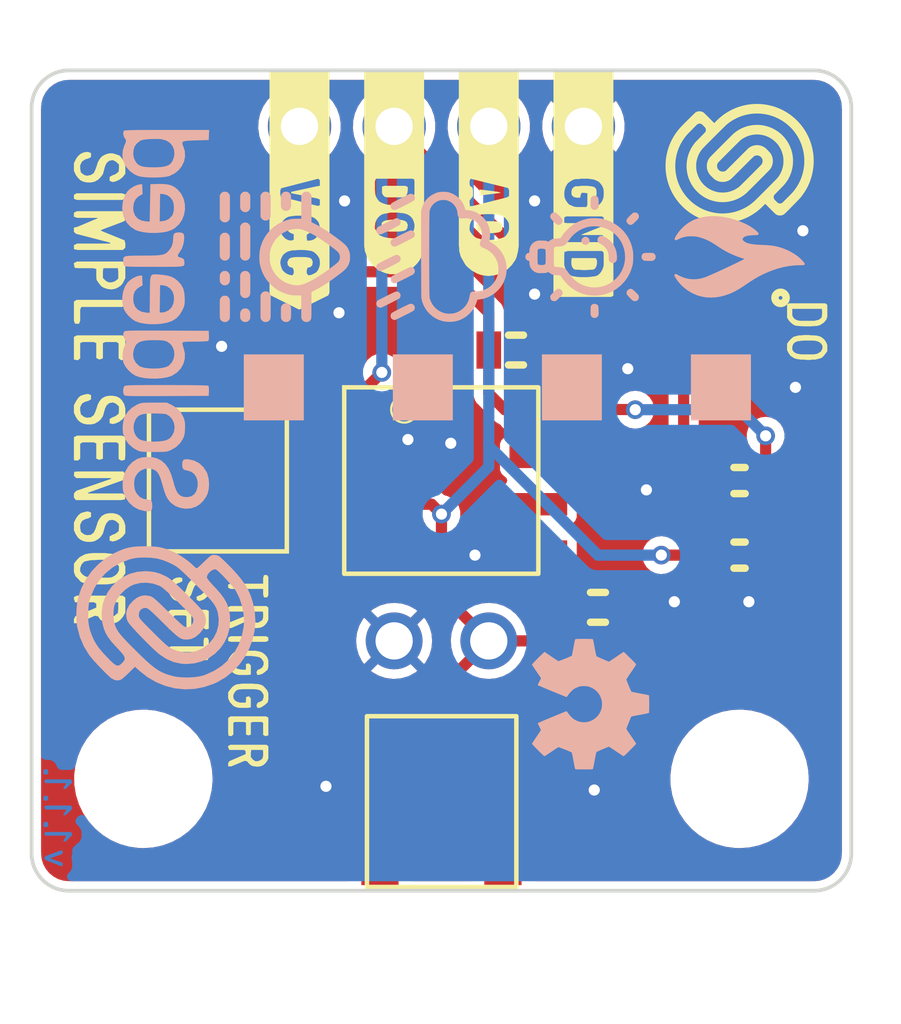
<source format=kicad_pcb>
(kicad_pcb (version 20210623) (generator pcbnew)
  (title_block (title "Simple sensor Fire") (date "2021-07-05") (rev "V1.1.1.") (company "SOLDERED") (comment 1 "333079"))
  (layers (0 "F.Cu" signal) (31 "B.Cu" signal) (34 "B.Paste" user) (35 "F.Paste" user) (36 "B.SilkS" user "B.Silkscreen") (37 "F.SilkS" user "F.Silkscreen") (38 "B.Mask" user) (39 "F.Mask" user) (44 "Edge.Cuts" user))
  (net 0 "")
  (net 1 "A0")
  (net 2 "GND")
  (net 3 "5V")
  (net 4 "Net-(D1-Pad1)")
  (net 5 "D0")
  (net 9 "POT")
  (footprint "e-radionica.com footprinti:HOLE_3.2mm" (layer "F.Cu") (at 83.8 157.8 -90)
    (fp_text reference "H2" hide)
    (fp_text value "HOLE_3.2mm" hide)
    (pad "" np_thru_hole circle locked (at 0 0 270) (size 3.2 3.2) (drill 3.2) (layers F&B.Cu *.Mask))
  )
  (footprint "e-radionica.com footprinti:0603C" (layer "F.Cu") (at 93.8 146.3 180)
    (fp_text reference "C2")
    (fp_text value "0.1uF")
    (pad "1" smd rect locked (at -0.73 0 180) (size 0.66 1) (layers "F.Cu" "F.Paste" "F.Mask") (net 2 "GND"))
    (pad "2" smd rect locked (at 0.73 0 180) (size 0.66 1) (layers "F.Cu" "F.Paste" "F.Mask") (net 3 "5V"))
  )
  (footprint "e-radionica.com footprinti:SOIC−8" (layer "F.Cu") (at 91.8 149.8)
    (fp_text reference "U1")
    (fp_text value "LM393")
    (pad "1" smd rect locked (at -2.7 -1.905) (size 1.55 0.6) (layers "F.Cu" "F.Paste" "F.Mask") (net 5 "D0"))
    (pad "2" smd rect locked (at -2.6 -0.635) (size 1.55 0.6) (layers "F.Cu" "F.Paste" "F.Mask") (net 9 "POT"))
    (pad "3" smd rect locked (at -2.6 0.635) (size 1.55 0.6) (layers "F.Cu" "F.Paste" "F.Mask") (net 1 "A0"))
    (pad "4" smd rect locked (at -2.6 1.905) (size 1.55 0.6) (layers "F.Cu" "F.Paste" "F.Mask") (net 2 "GND"))
    (pad "5" smd rect locked (at 2.6 1.905) (size 1.55 0.6) (layers "F.Cu" "F.Paste" "F.Mask"))
    (pad "6" smd rect locked (at 2.6 0.635) (size 1.55 0.6) (layers "F.Cu" "F.Paste" "F.Mask"))
    (pad "7" smd rect locked (at 2.6 -0.635) (size 1.55 0.6) (layers "F.Cu" "F.Paste" "F.Mask"))
    (pad "8" smd rect locked (at 2.6 -1.905) (size 1.55 0.6) (layers "F.Cu" "F.Paste" "F.Mask") (net 3 "5V"))
  )
  (footprint "e-radionica.com footprinti:FIDUCIAL_23" (layer "F.Cu") (at 85.4 143.3 -90)
    (fp_text reference "FD1")
    (fp_text value "FIDUCIAL")
    (fp_circle (center 0 0) (end 1 0) (layer "F.Cu") (width 0.2) (fill none))
    (pad "1" smd circle locked (at 0 0 270) (size 1 1) (layers "F.Cu" "F.Paste" "F.Mask") (clearance 1.1))
  )
  (footprint "e-radionica.com footprinti:0603C" (layer "F.Cu") (at 96 153.2 180)
    (fp_text reference "C1")
    (fp_text value "0.1uF")
    (pad "1" smd rect locked (at -0.73 0 180) (size 0.66 1) (layers "F.Cu" "F.Paste" "F.Mask") (net 2 "GND"))
    (pad "2" smd rect locked (at 0.73 0 180) (size 0.66 1) (layers "F.Cu" "F.Paste" "F.Mask") (net 1 "A0"))
  )
  (footprint "Soldered Graphics:Logo-Front-Soldered-4mm" (layer "F.Cu") (at 99.8 141.3 -90)
    (fp_text reference "G***" hide)
    (fp_text value "LOGO" hide)
  )
  (footprint "buzzardLabel" (layer "F.Cu") (at 101.6 145.8 -90)
    (fp_text reference "" (at 0 0 90) (layer "F.SilkS") (effects (font (size 1.27 1.27))))
    (fp_text value "" (at 0 0 90) (layer "F.SilkS") (effects (font (size 1.27 1.27))))
  )
  (footprint "buzzardLabel" (layer "F.Cu") (at 87.99 138.4 -90)
    (fp_text reference "" (at 0 0 90) (layer "F.SilkS") (effects (font (size 1.27 1.27))))
    (fp_text value "" (at 0 0 90) (layer "F.SilkS") (effects (font (size 1.27 1.27))))
  )
  (footprint "buzzardLabel" (layer "F.Cu") (at 93.07 138.4 -90)
    (fp_text reference "" (at 0 0 90) (layer "F.SilkS") (effects (font (size 1.27 1.27))))
    (fp_text value "" (at 0 0 90) (layer "F.SilkS") (effects (font (size 1.27 1.27))))
  )
  (footprint "buzzardLabel" (layer "F.Cu") (at 82.6 147.3 -90)
    (fp_text reference "" (at 0 0 90) (layer "F.SilkS") (effects (font (size 1.27 1.27))))
    (fp_text value "" (at 0 0 90) (layer "F.SilkS") (effects (font (size 1.27 1.27))))
  )
  (footprint "e-radionica.com footprinti:0603R" (layer "F.Cu") (at 99.8 149.8)
    (fp_text reference "R2")
    (fp_text value "10k")
    (pad "1" smd rect locked (at -0.775 0 90) (size 1 0.64) (layers "F.Cu" "F.Paste" "F.Mask") (net 5 "D0"))
    (pad "2" smd rect locked (at 0.775 0 90) (size 1 0.64) (layers "F.Cu" "F.Paste" "F.Mask") (net 3 "5V"))
  )
  (footprint "Soldered Graphics:Logo-Back-OSH-3.5mm" (layer "F.Cu") (at 95.8 155.8 -90)
    (fp_text reference "G***" hide)
    (fp_text value "LOGO" hide)
  )
  (footprint "Soldered Graphics:Logo-Back-SolderedFULL-15mm" (layer "F.Cu") (at 84.4 147.9 -90)
    (fp_text reference "REF**" hide)
    (fp_text value "Logo-Front-SolderedFULL-15mm" hide)
  )
  (footprint "buzzardLabel" (layer "F.Cu") (at 85 153.5 -90)
    (fp_text reference "" (at 0 0 90) (layer "F.SilkS") (effects (font (size 1.27 1.27))))
    (fp_text value "" (at 0 0 90) (layer "F.SilkS") (effects (font (size 1.27 1.27))))
  )
  (footprint "e-radionica.com footprinti:HOLE_3.2mm" (layer "F.Cu") (at 99.8 157.8 -90)
    (fp_text reference "H1" hide)
    (fp_text value "HOLE_3.2mm" hide)
    (pad "" np_thru_hole circle locked (at 0 0 270) (size 3.2 3.2) (drill 3.2) (layers F&B.Cu *.Mask))
  )
  (footprint "e-radionica.com footprinti:0603R" (layer "F.Cu") (at 99.8 151.8)
    (fp_text reference "R1")
    (fp_text value "10k")
    (pad "1" smd rect locked (at -0.775 0 90) (size 1 0.64) (layers "F.Cu" "F.Paste" "F.Mask") (net 1 "A0"))
    (pad "2" smd rect locked (at 0.775 0 90) (size 1 0.64) (layers "F.Cu" "F.Paste" "F.Mask") (net 3 "5V"))
  )
  (footprint "buzzardLabel" (layer "F.Cu") (at 95.61 138.4 -90)
    (fp_text reference "" (at 0 0 90) (layer "F.SilkS") (effects (font (size 1.27 1.27))))
    (fp_text value "" (at 0 0 90) (layer "F.SilkS") (effects (font (size 1.27 1.27))))
  )
  (footprint "buzzardLabel" (layer "F.Cu") (at 90.53 138.4 -90)
    (fp_text reference "" (at 0 0 90) (layer "F.SilkS") (effects (font (size 1.27 1.27))))
    (fp_text value "" (at 0 0 90) (layer "F.SilkS") (effects (font (size 1.27 1.27))))
  )
  (footprint "e-radionica.com footprinti:0402R" (layer "F.Cu") (at 98.3 145.8 90)
    (fp_text reference "R3")
    (fp_text value "2k2")
    (pad "1" smd rect locked (at -0.5 0 180) (size 0.64 0.54) (layers "F.Cu" "F.Paste" "F.Mask") (net 5 "D0"))
    (pad "2" smd rect locked (at 0.5 0 180) (size 0.64 0.54) (layers "F.Cu" "F.Paste" "F.Mask") (net 4 "Net-(D1-Pad1)"))
  )
  (footprint "e-radionica.com footprinti:tc33x-2-103e" (layer "F.Cu") (at 85.8 149.8 180)
    (fp_text reference "R4")
    (fp_text value "tc33x-2-103e")
    (pad "1" smd rect locked (at -1 1.8 180) (size 1.2 1.2) (layers "F.Cu" "F.Paste" "F.Mask") (net 3 "5V"))
    (pad "2" smd rect locked (at 0 -1.45 180) (size 1.6 1.5) (layers "F.Cu" "F.Paste" "F.Mask") (net 9 "POT"))
    (pad "3" smd rect locked (at 1 1.8 180) (size 1.2 1.2) (layers "F.Cu" "F.Paste" "F.Mask") (net 2 "GND"))
  )
  (footprint "e-radionica.com footprinti:0402LED" (layer "F.Cu") (at 100.3 145.8 90)
    (fp_text reference "D1")
    (fp_text value "purple")
    (pad "1" smd rect locked (at -0.55 0 180) (size 0.75 0.45) (layers "F.Cu" "F.Paste" "F.Mask") (net 4 "Net-(D1-Pad1)"))
    (pad "2" smd rect locked (at 0.55 0 180) (size 0.75 0.45) (layers "F.Cu" "F.Paste" "F.Mask") (net 2 "GND"))
  )
  (footprint "buzzardLabel" (layer "F.Cu") (at 86.6 154.9 -90)
    (fp_text reference "" (at 0 0 90) (layer "F.SilkS") (effects (font (size 1.27 1.27))))
    (fp_text value "" (at 0 0 90) (layer "F.SilkS") (effects (font (size 1.27 1.27))))
  )
  (footprint "e-radionica.com footprinti:JST-SH_2pin_1mm_C145954" (layer "F.Cu") (at 91.8 158.8)
    (fp_text reference "K3")
    (fp_text value "JST-SH_2pin_1mm_C145954")
    (pad "" smd rect (at 1.65 0.95) (size 1 1.8) (layers "F.Cu" "F.Paste" "F.Mask"))
    (pad "" smd rect (at -1.65 0.95) (size 1 1.8) (layers "F.Cu" "F.Paste" "F.Mask"))
    (pad "1" smd rect (at 0.5 -2.5) (size 0.4 1.6) (layers "F.Cu" "F.Paste" "F.Mask") (net 1 "A0"))
    (pad "2" smd rect (at -0.5 -2.5) (size 0.4 1.6) (layers "F.Cu" "F.Paste" "F.Mask") (net 2 "GND"))
  )
  (footprint "Soldered Graphics:Symbol-Front-Raining" (layer "B.Cu") (at 91.8 143.8 90)
    (fp_text reference "G***" hide)
    (fp_text value "LOGO" hide)
  )
  (footprint "buzzardLabel" (layer "B.Cu") (at 99.3 147.3 90)
    (fp_text reference "" (at 0 0 90) (layer "B.SilkS") (effects (font (size 1.27 1.27)) (justify mirror)))
    (fp_text value "" (at 0 0 90) (layer "B.SilkS") (effects (font (size 1.27 1.27)) (justify mirror)))
  )
  (footprint "Soldered Graphics:Version1.1.1." (layer "B.Cu") (at 81.5 158.8 90)
    (fp_text reference "REF**" hide)
    (fp_text value "Version1.1.1." hide)
    (fp_poly (pts (xy -1.15 -0.35) (xy -1.1 -0.35) (xy -1.07 -0.31) (xy -0.92 0.1) (xy -0.94 0.13) (xy -0.99 0.13) (xy -1.02 0.1) (xy -1.11 -0.16) (xy -1.13 -0.21) (xy -1.15 -0.17) (xy -1.24 0.09) (xy -1.26 0.13) (xy -1.32 0.13) (xy -1.34 0.1) (xy -1.18 -0.31) (xy -1.15 -0.35)) (layer "B.Cu") (width 0.01) (fill solid))
    (fp_poly (pts (xy -0.5 -0.35) (xy -0.44 -0.35) (xy -0.43 -0.31) (xy -0.43 0.35) (xy -0.46 0.38) (xy -0.52 0.38) (xy -0.55 0.34) (xy -0.67 0.22) (xy -0.68 0.17) (xy -0.65 0.16) (xy -0.56 0.22) (xy -0.52 0.23) (xy -0.52 -0.31) (xy -0.5 -0.35)) (layer "B.Cu") (width 0.01) (fill solid))
    (fp_poly (pts (xy 0.43 -0.38) (xy 0.48 -0.38) (xy 0.54 -0.37) (xy 0.54 -0.33) (xy 0.54 -0.27) (xy 0.5 -0.26) (xy 0.45 -0.26) (xy 0.42 -0.29) (xy 0.42 -0.34) (xy 0.43 -0.38)) (layer "B.Cu") (width 0.01) (fill solid))
    (fp_poly (pts (xy -0.27 -0.38) (xy -0.22 -0.38) (xy -0.17 -0.37) (xy -0.16 -0.33) (xy -0.16 -0.27) (xy -0.21 -0.26) (xy -0.26 -0.26) (xy -0.29 -0.29) (xy -0.29 -0.34) (xy -0.27 -0.38)) (layer "B.Cu") (width 0.01) (fill solid))
    (fp_poly (pts (xy 0.21 -0.35) (xy 0.26 -0.35) (xy 0.28 -0.31) (xy 0.28 0.35) (xy 0.24 0.38) (xy 0.19 0.38) (xy 0.15 0.34) (xy 0.04 0.22) (xy 0.02 0.17) (xy 0.05 0.16) (xy 0.14 0.22) (xy 0.18 0.23) (xy 0.18 -0.31) (xy 0.21 -0.35)) (layer "B.Cu") (width 0.01) (fill solid))
    (fp_poly (pts (xy 0.91 -0.35) (xy 0.96 -0.35) (xy 0.98 -0.31) (xy 0.98 0.35) (xy 0.95 0.38) (xy 0.89 0.38) (xy 0.86 0.34) (xy 0.74 0.22) (xy 0.73 0.17) (xy 0.76 0.16) (xy 0.85 0.22) (xy 0.89 0.23) (xy 0.89 -0.31) (xy 0.91 -0.35)) (layer "B.Cu") (width 0.01) (fill solid))
    (fp_poly (pts (xy 1.14 -0.38) (xy 1.19 -0.38) (xy 1.24 -0.37) (xy 1.25 -0.33) (xy 1.25 -0.27) (xy 1.2 -0.26) (xy 1.15 -0.26) (xy 1.12 -0.29) (xy 1.12 -0.34) (xy 1.14 -0.38)) (layer "B.Cu") (width 0.01) (fill solid))
  )
  (footprint "e-radionica.com footprinti:HEADER_MALE_2X1" (layer "B.Cu") (at 91.8 154.1)
    (fp_text reference "K1")
    (fp_text value "HEADER_MALE_2X1")
    (pad "1" thru_hole circle locked (at -1.27 0) (size 1.524 1.524) (drill 1) (layers *.Cu *.Mask) (net 2 "GND"))
    (pad "2" thru_hole circle locked (at 1.27 0) (size 1.524 1.524) (drill 1) (layers *.Cu *.Mask) (net 1 "A0"))
  )
  (footprint "Soldered Graphics:Symbol-Front-Water-Sensoric" (layer "B.Cu") (at 87.6 143.8 90)
    (fp_text reference "G***" hide)
    (fp_text value "LOGO" hide)
  )
  (footprint "Soldered Graphics:Symbol-Front-Light" (layer "B.Cu") (at 95.8 143.8 90)
    (fp_text reference "G***" hide)
    (fp_text value "LOGO" hide)
  )
  (footprint "buzzardLabel" (layer "B.Cu") (at 95.3 147.3 90)
    (fp_text reference "" (at 0 0 90) (layer "B.SilkS") (effects (font (size 1.27 1.27)) (justify mirror)))
    (fp_text value "" (at 0 0 90) (layer "B.SilkS") (effects (font (size 1.27 1.27)) (justify mirror)))
  )
  (footprint "e-radionica.com footprinti:HEADER_MALE_4X1" (layer "B.Cu") (at 91.8 140.3 180)
    (fp_text reference "K2")
    (fp_text value "HEADER_MALE_4X1")
    (pad "1" thru_hole circle locked (at -3.81 0 180) (size 1.7 1.7) (drill 1) (layers *.Cu *.Mask) (net 2 "GND"))
    (pad "2" thru_hole circle locked (at -1.27 0 180) (size 1.7 1.7) (drill 1) (layers *.Cu *.Mask) (net 1 "A0"))
    (pad "3" thru_hole circle locked (at 1.27 0 180) (size 1.7 1.7) (drill 1) (layers *.Cu *.Mask) (net 5 "D0"))
    (pad "4" thru_hole circle locked (at 3.81 0 180) (size 1.7 1.7) (drill 1) (layers *.Cu *.Mask) (net 3 "5V"))
  )
  (footprint "buzzardLabel" (layer "B.Cu") (at 91.3 147.3 90)
    (fp_text reference "" (at 0 0 90) (layer "B.SilkS") (effects (font (size 1.27 1.27)) (justify mirror)))
    (fp_text value "" (at 0 0 90) (layer "B.SilkS") (effects (font (size 1.27 1.27)) (justify mirror)))
  )
  (footprint "Soldered Graphics:Symbol-Front-Flame" (layer "B.Cu") (at 99.8 143.8 90)
    (fp_text reference "G***" hide)
    (fp_text value "LOGO" hide)
  )
  (footprint "buzzardLabel" (layer "B.Cu") (at 87.3 147.3 90)
    (fp_text reference "" (at 0 0 90) (layer "B.SilkS") (effects (font (size 1.27 1.27)) (justify mirror)))
    (fp_text value "" (at 0 0 90) (layer "B.SilkS") (effects (font (size 1.27 1.27)) (justify mirror)))
  )
  (gr_line (start 101.8 138.8) (end 81.8 138.8) (layer "Edge.Cuts") (width 0.1))
  (gr_arc (start 81.8 139.8) (end 80.8 139.8) (angle 90) (layer "Edge.Cuts") (width 0.1))
  (gr_arc (start 101.8 159.8) (end 102.8 159.8) (angle 90) (layer "Edge.Cuts") (width 0.1))
  (gr_arc (start 101.8 139.8) (end 102.8 139.8) (angle -90) (layer "Edge.Cuts") (width 0.1))
  (gr_line (start 80.8 139.8) (end 80.8 159.8) (layer "Edge.Cuts") (width 0.1))
  (gr_line (start 81.8 160.8) (end 101.8 160.8) (layer "Edge.Cuts") (width 0.1))
  (gr_arc (start 81.8 159.8) (end 80.8 159.8) (angle -90) (layer "Edge.Cuts") (width 0.1))
  (gr_line (start 102.8 159.8) (end 102.8 139.8) (layer "Edge.Cuts") (width 0.1))
  (segment (start 95.27 153.2) (end 95.27 153.23) (width 0.3) (layer "F.Cu") (net 1))
  (segment (start 97.7 151.8) (end 99.025 151.8) (width 0.3) (layer "F.Cu") (net 1))
  (segment (start 91.535 150.435) (end 91.8 150.7) (width 0.3) (layer "F.Cu") (net 1))
  (segment (start 89.2 150.435) (end 91.535 150.435) (width 0.3) (layer "F.Cu") (net 1))
  (segment (start 91.8 150.7) (end 91.8 152.83) (width 0.3) (layer "F.Cu") (net 1))
  (segment (start 91.8 152.83) (end 93.07 154.1) (width 0.3) (layer "F.Cu") (net 1))
  (segment (start 95.27 153.23) (end 94.4 154.1) (width 0.3) (layer "F.Cu") (net 1))
  (segment (start 92.3 154.87) (end 93.07 154.1) (width 0.3) (layer "F.Cu") (net 1))
  (segment (start 92.3 156.3) (end 92.3 154.87) (width 0.3) (layer "F.Cu") (net 1))
  (segment (start 94.4 154.1) (end 93.07 154.1) (width 0.3) (layer "F.Cu") (net 1))
  (via (at 91.8 150.7) (size 0.5) (drill 0.3) (layers "F.Cu" "B.Cu") (net 1))
  (via (at 97.7 151.8) (size 0.5) (drill 0.3) (layers "F.Cu" "B.Cu") (net 1))
  (segment (start 93.07 149.43) (end 91.8 150.7) (width 0.3) (layer "B.Cu") (net 1))
  (segment (start 97.7 151.8) (end 96 151.8) (width 0.3) (layer "B.Cu") (net 1))
  (segment (start 93.07 148.87) (end 93.07 149.43) (width 0.3) (layer "B.Cu") (net 1))
  (segment (start 93.07 140.3) (end 93.07 148.87) (width 0.3) (layer "B.Cu") (net 1))
  (segment (start 96 151.8) (end 93.07 148.87) (width 0.3) (layer "B.Cu") (net 1))
  (via (at 94.3 144.8) (size 0.5) (drill 0.3) (layers "F.Cu" "B.Cu") (net 2))
  (via (at 95.9 158.1) (size 0.5) (drill 0.3) (layers "F.Cu" "B.Cu") (net 2))
  (via (at 101.5 143.1) (size 0.5) (drill 0.3) (layers "F.Cu" "B.Cu") (net 2))
  (via (at 96.8 146.8) (size 0.5) (drill 0.3) (layers "F.Cu" "B.Cu") (net 2))
  (via (at 94.3 142.3) (size 0.5) (drill 0.3) (layers "F.Cu" "B.Cu") (net 2))
  (via (at 89.2 142.3) (size 0.5) (drill 0.3) (layers "F.Cu" "B.Cu") (net 2))
  (via (at 92.05 148.8) (size 0.5) (drill 0.3) (layers "F.Cu" "B.Cu") (net 2))
  (via (at 88.7 158) (size 0.5) (drill 0.3) (layers "F.Cu" "B.Cu") (net 2))
  (via (at 90.9 148.7) (size 0.5) (drill 0.3) (layers "F.Cu" "B.Cu") (net 2))
  (via (at 100.05 153.05) (size 0.5) (drill 0.3) (layers "F.Cu" "B.Cu") (net 2))
  (via (at 98.05 153.05) (size 0.5) (drill 0.3) (layers "F.Cu" "B.Cu") (net 2))
  (via (at 89.05 145.3) (size 0.5) (drill 0.3) (layers "F.Cu" "B.Cu") (net 2))
  (via (at 85.9 146.2) (size 0.5) (drill 0.3) (layers "F.Cu" "B.Cu") (net 2))
  (via (at 101.3 147.3) (size 0.5) (drill 0.3) (layers "F.Cu" "B.Cu") (net 2))
  (via (at 92.7 151.8) (size 0.5) (drill 0.3) (layers "F.Cu" "B.Cu") (net 2))
  (via (at 97.3 150.05) (size 0.5) (drill 0.3) (layers "F.Cu" "B.Cu") (net 2))
  (segment (start 93.5 147.9) (end 94.395 147.9) (width 0.3) (layer "F.Cu") (net 3))
  (segment (start 91.97 144.2) (end 88.88 144.2) (width 0.3) (layer "F.Cu") (net 3))
  (segment (start 87.99 145.71) (end 86.8 146.9) (width 0.3) (layer "F.Cu") (net 3))
  (segment (start 100.575 151.8) (end 100.575 149.8) (width 0.3) (layer "F.Cu") (net 3))
  (segment (start 100.5 148.6) (end 100.5 149.725) (width 0.3) (layer "F.Cu") (net 3))
  (segment (start 94.4 147.895) (end 96.995 147.895) (width 0.3) (layer "F.Cu") (net 3))
  (segment (start 93.07 146.3) (end 93.07 147.47) (width 0.3) (layer "F.Cu") (net 3))
  (segment (start 94.395 147.9) (end 94.4 147.895) (width 0.3) (layer "F.Cu") (net 3))
  (segment (start 91.97 144.2) (end 93.07 145.3) (width 0.3) (layer "F.Cu") (net 3))
  (segment (start 87.99 143.31) (end 87.99 145.71) (width 0.3) (layer "F.Cu") (net 3))
  (segment (start 93.07 145.3) (end 93.07 146.3) (width 0.3) (layer "F.Cu") (net 3))
  (segment (start 87.99 143.31) (end 87.99 140.3) (width 0.3) (layer "F.Cu") (net 3))
  (segment (start 100.5 149.725) (end 100.575 149.8) (width 0.3) (layer "F.Cu") (net 3))
  (segment (start 88.88 144.2) (end 87.99 143.31) (width 0.3) (layer "F.Cu") (net 3))
  (segment (start 93.07 147.47) (end 93.5 147.9) (width 0.3) (layer "F.Cu") (net 3))
  (segment (start 86.8 146.9) (end 86.8 148.1) (width 0.3) (layer "F.Cu") (net 3))
  (via (at 97 147.9) (size 0.5) (drill 0.3) (layers "F.Cu" "B.Cu") (net 3))
  (via (at 100.5 148.6) (size 0.5) (drill 0.3) (layers "F.Cu" "B.Cu") (net 3))
  (segment (start 99.8 147.9) (end 100.5 148.6) (width 0.3) (layer "B.Cu") (net 3))
  (segment (start 97 147.9) (end 99.8 147.9) (width 0.3) (layer "B.Cu") (net 3))
  (segment (start 99.85 146.35) (end 100.3 146.35) (width 0.3) (layer "F.Cu") (net 4))
  (segment (start 98.8 145.3) (end 99.85 146.35) (width 0.3) (layer "F.Cu") (net 4))
  (segment (start 98.3 145.3) (end 98.8 145.3) (width 0.3) (layer "F.Cu") (net 4))
  (segment (start 90.2 146.9) (end 90.095 146.9) (width 0.3) (layer "F.Cu") (net 5))
  (segment (start 98.3 146.3) (end 98.3 149.075) (width 0.3) (layer "F.Cu") (net 5))
  (segment (start 97.7 146.3) (end 98.3 146.3) (width 0.3) (layer "F.Cu") (net 5))
  (segment (start 94.03 143.8) (end 95.2 143.8) (width 0.3) (layer "F.Cu") (net 5))
  (segment (start 90.53 140.3) (end 94.03 143.8) (width 0.3) (layer "F.Cu") (net 5))
  (segment (start 89.1 147.895) (end 89.205 147.895) (width 0.3) (layer "F.Cu") (net 5))
  (segment (start 98.3 149.075) (end 99.025 149.8) (width 0.3) (layer "F.Cu") (net 5))
  (segment (start 89.205 147.895) (end 90.2 146.9) (width 0.3) (layer "F.Cu") (net 5))
  (segment (start 95.2 143.8) (end 97.7 146.3) (width 0.3) (layer "F.Cu") (net 5))
  (via (at 90.2 146.9) (size 0.5) (drill 0.3) (layers "F.Cu" "B.Cu") (net 5))
  (segment (start 90.2 140.63) (end 90.53 140.3) (width 0.3) (layer "B.Cu") (net 5))
  (segment (start 90.2 146.9) (end 90.2 140.63) (width 0.3) (layer "B.Cu") (net 5))
  (segment (start 87.1 149.9) (end 87.1 150.9) (width 0.3) (layer "F.Cu") (net 9))
  (segment (start 87.835 149.165) (end 87.1 149.9) (width 0.3) (layer "F.Cu") (net 9))
  (segment (start 87.1 150.9) (end 86.75 151.25) (width 0.3) (layer "F.Cu") (net 9))
  (segment (start 89.2 149.165) (end 87.835 149.165) (width 0.3) (layer "F.Cu") (net 9))
  (segment (start 86.75 151.25) (end 85.8 151.25) (width 0.3) (layer "F.Cu") (net 9))
  (zone (net 2) (net_name "GND") (layers F&B.Cu) (connect_pads (clearance 0.254)) (min_thickness 0.254) (fill yes (thermal_gap 0.254) (thermal_bridge_width 0.254))
    (polygon (pts (xy 80.8 160.8) (xy 80.8 138.8) (xy 102.8 138.8) (xy 102.8 160.8)))
  )
)
</source>
